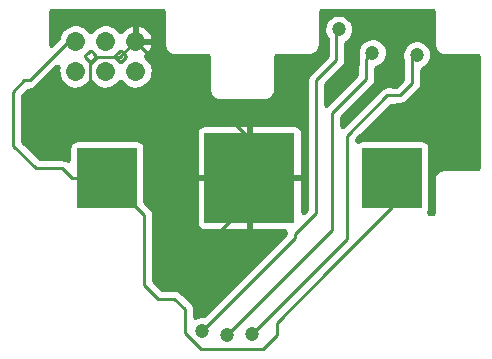
<source format=gbl>
G04 ( created by brdgerber.py ( brdgerber.py v0.1 2014-03-12 ) ) date 2015-06-11 19:44:30 EDT*
G04 Gerber Fmt 3.4, Leading zero omitted, Abs format*
%MOIN*%
%FSLAX34Y34*%
G01*
G70*
G90*
G04 APERTURE LIST*
%ADD12C,0.0000*%
%ADD13C,0.0032*%
%ADD10C,0.0640*%
%ADD24R,0.0550X0.0350*%
%ADD11C,0.0040*%
%ADD20R,0.0787X0.0177*%
%ADD21C,0.0080*%
%ADD29C,0.0472*%
%ADD18C,0.0039*%
%ADD14C,0.0050*%
%ADD15C,0.0059*%
%ADD22C,0.0060*%
%ADD26R,0.3000X0.3000*%
%ADD28C,0.0100*%
%ADD16R,0.0350X0.0550*%
%ADD23C,0.0200*%
%ADD17C,0.0043*%
%ADD27R,0.0800X0.0600*%
%ADD25R,0.2000X0.2000*%
%ADD19R,0.0177X0.0787*%
G04 APERTURE END LIST*
G54D12*
D10*
G01X22700Y-03900D02*
G01X22700Y-03900D01*
D10*
G01X22700Y-02900D02*
G01X22700Y-02900D01*
D10*
G01X21700Y-02900D02*
G01X21700Y-02900D01*
D10*
G01X21700Y-03900D02*
G01X21700Y-03900D01*
D10*
G01X23700Y-03900D02*
G01X23700Y-03900D01*
D10*
G01X23700Y-02900D02*
G01X23700Y-02900D01*
D25*
X22750Y-07450D03*
D25*
X32250Y-07450D03*
D26*
X27500Y-07450D03*
D28*
G01X24000Y-08700D02*
G01X22750Y-07450D01*
D28*
G01X25425Y-04050D02*
G01X25425Y-03825D01*
D28*
G01X27500Y-07450D02*
G01X27500Y-06125D01*
D28*
G01X25425Y-03825D02*
G01X25050Y-03450D01*
D29*
X25925Y-12550D03*
D28*
G01X25350Y-12625D02*
G01X25350Y-11825D01*
D28*
G01X27600Y-12650D02*
G01X30750Y-09500D01*
D28*
G01X24000Y-11025D02*
G01X24000Y-08700D01*
D28*
G01X24450Y-11475D02*
G01X24000Y-11025D01*
D28*
G01X28425Y-12275D02*
G01X28425Y-12675D01*
D28*
G01X24250Y-03450D02*
G01X23700Y-02900D01*
D28*
G01X30750Y-09500D02*
G01X30750Y-06050D01*
D28*
G01X32100Y-04700D02*
G01X32525Y-04700D01*
D28*
G01X25875Y-13150D02*
G01X25350Y-12625D01*
D28*
G01X25000Y-11475D02*
G01X24450Y-11475D01*
D28*
G01X25350Y-11825D02*
G01X25000Y-11475D01*
D28*
G01X30250Y-09175D02*
G01X30250Y-05300D01*
D28*
G01X32250Y-08425D02*
G01X30200Y-10475D01*
D28*
G01X30200Y-10500D02*
G01X28425Y-12275D01*
D28*
G01X30200Y-10475D02*
G01X30200Y-10500D01*
D28*
G01X25050Y-03450D02*
G01X24250Y-03450D01*
D28*
G01X30750Y-06050D02*
G01X32100Y-04700D01*
D28*
G01X32250Y-07450D02*
G01X32250Y-08425D01*
D28*
G01X27500Y-06125D02*
G01X25425Y-04050D01*
D29*
X33075Y-03350D03*
D28*
G01X33075Y-03350D02*
G01X32925Y-03500D01*
D28*
G01X32925Y-03500D02*
G01X32925Y-04300D01*
D29*
X31600Y-03275D03*
D28*
G01X31600Y-03275D02*
G01X31400Y-03475D01*
D28*
G01X31400Y-03475D02*
G01X31400Y-04150D01*
D29*
X30475Y-02500D03*
D28*
G01X30475Y-02500D02*
G01X30400Y-02575D01*
D28*
G01X30400Y-02575D02*
G01X30400Y-03525D01*
D28*
G01X32525Y-04700D02*
G01X32925Y-04300D01*
D28*
G01X21700Y-02900D02*
G01X21475Y-02900D01*
D28*
G01X25925Y-12550D02*
G01X29025Y-09450D01*
D28*
G01X21475Y-02900D02*
G01X20175Y-04200D01*
D28*
G01X20000Y-04200D02*
G01X19625Y-04575D01*
D28*
G01X20175Y-04200D02*
G01X20000Y-04200D01*
D28*
G01X27950Y-13150D02*
G01X25875Y-13150D01*
D28*
G01X28425Y-12675D02*
G01X27950Y-13150D01*
D28*
G01X30250Y-05300D02*
G01X31400Y-04150D01*
D28*
G01X27500Y-08250D02*
G01X27500Y-07450D01*
D28*
G01X24800Y-10950D02*
G01X27500Y-08250D01*
D29*
X24800Y-10950D03*
D28*
G01X29025Y-09450D02*
G01X29025Y-09325D01*
D28*
G01X29025Y-09325D02*
G01X29725Y-08625D01*
D28*
G01X21575Y-07450D02*
G01X22750Y-07450D01*
D29*
X27600Y-12650D03*
D28*
G01X19625Y-04575D02*
G01X19625Y-05500D01*
D28*
G01X29725Y-08625D02*
G01X29725Y-04200D01*
D28*
G01X29725Y-04200D02*
G01X30400Y-03525D01*
D29*
X26750Y-12675D03*
D28*
G01X26750Y-12675D02*
G01X30250Y-09175D01*
D28*
G01X19625Y-05500D02*
G01X19625Y-06375D01*
D28*
G01X19625Y-06375D02*
G01X20375Y-07125D01*
D28*
G01X20375Y-07125D02*
G01X21250Y-07125D01*
D28*
G01X21250Y-07125D02*
G01X21575Y-07450D01*
D28*
G01X23175Y-03425D02*
G01X23700Y-02900D01*
D29*
X20350Y-06225D03*
D28*
G01X20350Y-06225D02*
G01X22200Y-04375D01*
D28*
G01X22200Y-04375D02*
G01X22200Y-03650D01*
D28*
G01X22200Y-03650D02*
G01X22425Y-03425D01*
D28*
G01X22425Y-03425D02*
G01X23175Y-03425D01*
G36*
G01X25800Y-12081D02*
G01X25876Y-12067D01*
G01X25982Y-12066D01*
G01X27450Y-09200D01*
G01X26002Y-09200D01*
G01X25925Y-09188D01*
G01X25851Y-09150D01*
G01X25800Y-09099D01*
G01X25762Y-09023D01*
G01X25750Y-08950D01*
G01X25750Y-07500D01*
G01X25750Y-07400D01*
G01X25750Y-05950D01*
G01X25762Y-05875D01*
G01X25800Y-05801D01*
G01X25851Y-05750D01*
G01X25925Y-05712D01*
G01X26002Y-05700D01*
G01X27450Y-05700D01*
G01X27550Y-05700D01*
G01X28998Y-05700D01*
G01X29075Y-05712D01*
G01X29149Y-05750D01*
G01X29200Y-05801D01*
G01X29238Y-05875D01*
G01X29250Y-05950D01*
G01X29252Y-07400D01*
G01X27550Y-07400D01*
G01X27550Y-05700D01*
G01X27450Y-05700D01*
G01X27450Y-07400D01*
G01X25750Y-07400D01*
G01X25750Y-07500D01*
G01X27450Y-07500D01*
G01X27450Y-09200D01*
G01X25982Y-12066D01*
G01X28722Y-09333D01*
G01X28733Y-09262D01*
G01X28685Y-09249D01*
G01X28685Y-09200D01*
G01X27550Y-09200D01*
G01X27550Y-07500D01*
G01X29252Y-07500D01*
G01X29255Y-08585D01*
G01X29292Y-08611D01*
G01X29315Y-08610D01*
G01X29413Y-08521D01*
G01X29426Y-08501D01*
G01X29428Y-04166D01*
G01X29437Y-04117D01*
G01X29467Y-04049D01*
G01X29504Y-03999D01*
G01X30101Y-03401D01*
G01X30103Y-02821D01*
G01X30049Y-02733D01*
G01X30012Y-02648D01*
G01X29994Y-02566D01*
G01X29990Y-02461D01*
G01X30004Y-02381D01*
G01X30034Y-02294D01*
G01X30074Y-02227D01*
G01X30129Y-02160D01*
G01X30194Y-02103D01*
G01X30257Y-02066D01*
G01X30350Y-02031D01*
G01X30426Y-02017D01*
G01X30532Y-02018D01*
G01X30616Y-02035D01*
G01X30697Y-02067D01*
G01X30767Y-02112D01*
G01X30832Y-02171D01*
G01X30880Y-02231D01*
G01X30922Y-02309D01*
G01X30948Y-02388D01*
G01X30960Y-02475D01*
G01X30954Y-02575D01*
G01X30934Y-02658D01*
G01X30896Y-02743D01*
G01X30852Y-02807D01*
G01X30788Y-02872D01*
G01X30706Y-02934D01*
G01X30699Y-02952D01*
G01X30698Y-03548D01*
G01X30691Y-03596D01*
G01X30653Y-03684D01*
G01X30025Y-04326D01*
G01X30028Y-05010D01*
G01X30065Y-05036D01*
G01X30088Y-05035D01*
G01X31098Y-04033D01*
G01X31104Y-03427D01*
G01X31118Y-03378D01*
G01X31115Y-03236D01*
G01X31129Y-03156D01*
G01X31159Y-03069D01*
G01X31199Y-03002D01*
G01X31254Y-02935D01*
G01X31319Y-02878D01*
G01X31382Y-02841D01*
G01X31475Y-02806D01*
G01X31551Y-02792D01*
G01X31657Y-02793D01*
G01X31741Y-02810D01*
G01X31822Y-02842D01*
G01X31892Y-02887D01*
G01X31957Y-02946D01*
G01X32005Y-03006D01*
G01X32047Y-03084D01*
G01X32073Y-03163D01*
G01X32085Y-03250D01*
G01X32079Y-03350D01*
G01X32059Y-03432D01*
G01X32020Y-03520D01*
G01X31977Y-03582D01*
G01X31913Y-03647D01*
G01X31854Y-03690D01*
G01X31712Y-03753D01*
G01X31700Y-03775D01*
G01X31698Y-04174D01*
G01X31686Y-04231D01*
G01X31642Y-04327D01*
G01X30550Y-05426D01*
G01X30553Y-05735D01*
G01X30590Y-05761D01*
G01X30613Y-05760D01*
G01X31865Y-04519D01*
G01X31895Y-04481D01*
G01X31944Y-04445D01*
G01X32002Y-04417D01*
G01X32079Y-04401D01*
G01X32383Y-04403D01*
G01X32412Y-04394D01*
G01X32626Y-04175D01*
G01X32629Y-03544D01*
G01X32594Y-03416D01*
G01X32590Y-03311D01*
G01X32604Y-03231D01*
G01X32635Y-03143D01*
G01X32674Y-03077D01*
G01X32729Y-03010D01*
G01X32794Y-02953D01*
G01X32857Y-02916D01*
G01X32950Y-02881D01*
G01X33026Y-02867D01*
G01X33132Y-02868D01*
G01X33216Y-02885D01*
G01X33297Y-02917D01*
G01X33366Y-02961D01*
G01X33432Y-03021D01*
G01X33480Y-03081D01*
G01X33522Y-03159D01*
G01X33548Y-03238D01*
G01X33560Y-03325D01*
G01X33554Y-03425D01*
G01X33534Y-03508D01*
G01X33495Y-03595D01*
G01X33452Y-03657D01*
G01X33389Y-03721D01*
G01X33329Y-03765D01*
G01X33251Y-03803D01*
G01X33224Y-03837D01*
G01X33222Y-04286D01*
G01X33211Y-04381D01*
G01X33167Y-04477D01*
G01X32708Y-04935D01*
G01X32655Y-04968D01*
G01X32534Y-04999D01*
G01X32217Y-05004D01*
G01X31063Y-06156D01*
G01X31048Y-06195D01*
G01X31064Y-06231D01*
G01X31101Y-06245D01*
G01X31175Y-06212D01*
G01X31252Y-06200D01*
G01X33248Y-06200D01*
G01X33325Y-06212D01*
G01X33399Y-06250D01*
G01X33450Y-06301D01*
G01X33488Y-06375D01*
G01X33500Y-06450D01*
G01X33500Y-08450D01*
G01X33487Y-08526D01*
G01X33460Y-08581D01*
G01X33458Y-08620D01*
G01X33485Y-08649D01*
G01X33603Y-08653D01*
G01X33632Y-08643D01*
G01X33651Y-08618D01*
G01X33651Y-07474D01*
G01X33663Y-07405D01*
G01X33694Y-07331D01*
G01X33733Y-07274D01*
G01X33783Y-07226D01*
G01X33878Y-07174D01*
G01X33969Y-07152D01*
G01X35103Y-07153D01*
G01X35132Y-07143D01*
G01X35151Y-07118D01*
G01X35150Y-03380D01*
G01X35131Y-03355D01*
G01X35102Y-03346D01*
G01X33987Y-03350D01*
G01X33927Y-03342D01*
G01X33859Y-03319D01*
G01X33790Y-03279D01*
G01X33721Y-03207D01*
G01X33669Y-03113D01*
G01X33653Y-03038D01*
G01X33650Y-01880D01*
G01X33631Y-01855D01*
G01X33602Y-01846D01*
G01X29898Y-01848D01*
G01X29869Y-01858D01*
G01X29850Y-01882D01*
G01X29844Y-02943D01*
G01X29850Y-02997D01*
G01X29833Y-03102D01*
G01X29794Y-03190D01*
G01X29747Y-03247D01*
G01X29690Y-03294D01*
G01X29633Y-03323D01*
G01X29560Y-03344D01*
G01X28398Y-03348D01*
G01X28369Y-03358D01*
G01X28350Y-03382D01*
G01X28344Y-04443D01*
G01X28350Y-04497D01*
G01X28336Y-04591D01*
G01X28294Y-04690D01*
G01X28247Y-04747D01*
G01X28151Y-04814D01*
G01X28068Y-04843D01*
G01X27997Y-04849D01*
G01X27946Y-04844D01*
G01X26487Y-04850D01*
G01X26427Y-04842D01*
G01X26360Y-04820D01*
G01X26290Y-04779D01*
G01X26223Y-04711D01*
G01X26170Y-04614D01*
G01X26153Y-04538D01*
G01X26150Y-03380D01*
G01X26131Y-03355D01*
G01X26102Y-03346D01*
G01X24987Y-03350D01*
G01X24927Y-03342D01*
G01X24859Y-03319D01*
G01X24790Y-03279D01*
G01X24721Y-03207D01*
G01X24669Y-03113D01*
G01X24653Y-03038D01*
G01X24265Y-02850D01*
G01X23750Y-02850D01*
G01X23750Y-02334D01*
G01X23769Y-02334D01*
G01X23914Y-02371D01*
G01X24007Y-02420D01*
G01X24080Y-02475D01*
G01X24141Y-02538D01*
G01X24204Y-02633D01*
G01X24239Y-02714D01*
G01X24265Y-02850D01*
G01X24653Y-03038D01*
G01X24650Y-01880D01*
G01X24631Y-01855D01*
G01X24602Y-01846D01*
G01X21987Y-01850D01*
G01X21948Y-01844D01*
G01X20882Y-01850D01*
G01X20858Y-01869D01*
G01X20848Y-01898D01*
G01X20844Y-02949D01*
G01X20857Y-03015D01*
G01X20893Y-03038D01*
G01X20934Y-03023D01*
G01X21136Y-02818D01*
G01X21166Y-02700D01*
G01X21203Y-02620D01*
G01X21264Y-02532D01*
G01X21323Y-02473D01*
G01X21414Y-02407D01*
G01X21493Y-02369D01*
G01X21565Y-02346D01*
G01X21639Y-02333D01*
G01X21769Y-02334D01*
G01X21914Y-02371D01*
G01X22007Y-02420D01*
G01X22080Y-02475D01*
G01X22158Y-02564D01*
G01X22190Y-02586D01*
G01X22227Y-02579D01*
G01X22323Y-02473D01*
G01X22414Y-02407D01*
G01X22493Y-02369D01*
G01X22565Y-02346D01*
G01X22639Y-02333D01*
G01X22769Y-02334D01*
G01X22914Y-02371D01*
G01X23007Y-02420D01*
G01X23080Y-02475D01*
G01X23158Y-02564D01*
G01X23190Y-02586D01*
G01X23227Y-02579D01*
G01X23323Y-02473D01*
G01X23414Y-02407D01*
G01X23493Y-02369D01*
G01X23565Y-02346D01*
G01X23639Y-02333D01*
G01X23650Y-02333D01*
G01X23650Y-02900D01*
G01X23700Y-02900D01*
G01X23700Y-02950D01*
G01X24264Y-02950D01*
G01X24262Y-02993D01*
G01X24246Y-03061D01*
G01X24214Y-03146D01*
G01X24171Y-03221D01*
G01X24116Y-03290D01*
G01X24032Y-03363D01*
G01X24016Y-03394D01*
G01X24023Y-03428D01*
G01X24141Y-03538D01*
G01X24204Y-03633D01*
G01X24239Y-03714D01*
G01X24268Y-03863D01*
G01X24262Y-03993D01*
G01X24246Y-04063D01*
G01X24214Y-04146D01*
G01X24171Y-04221D01*
G01X24116Y-04290D01*
G01X24031Y-04363D01*
G01X23952Y-04411D01*
G01X23808Y-04460D01*
G01X23678Y-04470D01*
G01X23520Y-04441D01*
G01X23435Y-04405D01*
G01X23363Y-04360D01*
G01X23282Y-04288D01*
G01X23239Y-04233D01*
G01X23209Y-04215D01*
G01X23174Y-04221D01*
G01X23116Y-04290D01*
G01X23031Y-04363D01*
G01X22952Y-04411D01*
G01X22808Y-04460D01*
G01X22678Y-04470D01*
G01X22520Y-04441D01*
G01X22435Y-04405D01*
G01X22363Y-04360D01*
G01X22282Y-04288D01*
G01X22239Y-04233D01*
G01X22209Y-04215D01*
G01X22174Y-04221D01*
G01X22116Y-04290D01*
G01X22031Y-04363D01*
G01X21952Y-04411D01*
G01X21808Y-04460D01*
G01X21678Y-04470D01*
G01X21520Y-04441D01*
G01X21435Y-04405D01*
G01X21363Y-04360D01*
G01X21282Y-04288D01*
G01X21229Y-04220D01*
G01X21181Y-04135D01*
G01X21151Y-04055D01*
G01X21136Y-03975D01*
G01X21132Y-03845D01*
G01X21141Y-03753D01*
G01X21127Y-03732D01*
G01X21105Y-03721D01*
G01X21080Y-03722D01*
G01X21059Y-03735D01*
G01X20360Y-04433D01*
G01X20300Y-04471D01*
G01X20249Y-04491D01*
G01X20118Y-04503D01*
G01X19925Y-04701D01*
G01X19927Y-06252D01*
G01X20503Y-06825D01*
G01X21276Y-06827D01*
G01X21329Y-06837D01*
G01X21386Y-06859D01*
G01X21439Y-06891D01*
G01X21461Y-06891D01*
G01X21495Y-06864D01*
G01X21500Y-06450D01*
G01X21512Y-06375D01*
G01X21550Y-06301D01*
G01X21601Y-06250D01*
G01X21675Y-06212D01*
G01X21752Y-06200D01*
G01X23748Y-06200D01*
G01X23825Y-06212D01*
G01X23899Y-06250D01*
G01X23950Y-06301D01*
G01X23988Y-06375D01*
G01X24000Y-06450D01*
G01X24000Y-08258D01*
G01X24009Y-08287D01*
G01X24220Y-08497D01*
G01X24277Y-08590D01*
G01X24296Y-08654D01*
G01X24299Y-10894D01*
G01X24559Y-11162D01*
G01X24594Y-11177D01*
G01X25037Y-11178D01*
G01X25141Y-11212D01*
G01X25222Y-11274D01*
G01X25576Y-11631D01*
G01X25612Y-11682D01*
G01X25645Y-11774D01*
G01X25648Y-12066D01*
G01X25662Y-12101D01*
G01X25697Y-12116D01*
G01X25800Y-12081D01*
G01X25800Y-12081D01*
G37*
D28*
G01X24265Y-02850D02*
G01X24265Y-02850D01*
G01X24239Y-02714D01*
G01X24204Y-02633D01*
G01X24141Y-02538D01*
G01X24080Y-02475D01*
G01X24007Y-02420D01*
G01X23914Y-02371D01*
G01X23769Y-02334D01*
G01X23750Y-02334D01*
G01X23750Y-02850D01*
G01X24265Y-02850D01*
D28*
G01X23158Y-03564D02*
G01X23158Y-03564D01*
G01X23080Y-03475D01*
G01X23023Y-03428D01*
G01X23016Y-03394D01*
G01X23032Y-03363D01*
G01X23116Y-03290D01*
G01X23174Y-03221D01*
G01X23209Y-03215D01*
G01X23239Y-03233D01*
G01X23282Y-03288D01*
G01X23379Y-03376D01*
G01X23385Y-03412D01*
G01X23365Y-03443D01*
G01X23323Y-03473D01*
G01X23227Y-03579D01*
G01X23190Y-03586D01*
G01X23190Y-03586D01*
G01X23158Y-03564D01*
D28*
G01X22158Y-03564D02*
G01X22158Y-03564D01*
G01X22080Y-03475D01*
G01X22023Y-03428D01*
G01X22016Y-03394D01*
G01X22032Y-03363D01*
G01X22116Y-03290D01*
G01X22174Y-03221D01*
G01X22209Y-03215D01*
G01X22239Y-03233D01*
G01X22282Y-03288D01*
G01X22379Y-03376D01*
G01X22385Y-03412D01*
G01X22365Y-03443D01*
G01X22323Y-03473D01*
G01X22227Y-03579D01*
G01X22190Y-03586D01*
G01X22190Y-03586D01*
G01X22158Y-03564D01*
D28*
G01X27450Y-07400D02*
G01X27450Y-07400D01*
G01X27450Y-05700D01*
G01X26002Y-05700D01*
G01X25925Y-05712D01*
G01X25851Y-05750D01*
G01X25800Y-05801D01*
G01X25762Y-05875D01*
G01X25750Y-05950D01*
G01X25750Y-07400D01*
G01X25750Y-07400D01*
G01X27450Y-07400D01*
D28*
G01X27450Y-09200D02*
G01X27450Y-09200D01*
G01X27450Y-07500D01*
G01X25750Y-07500D01*
G01X25750Y-08950D01*
G01X25762Y-09023D01*
G01X25800Y-09099D01*
G01X25851Y-09150D01*
G01X25925Y-09188D01*
G01X26002Y-09200D01*
G01X26002Y-09200D01*
G01X27450Y-09200D01*
D28*
G01X25662Y-12101D02*
G01X25662Y-12101D01*
G01X25648Y-12066D01*
G01X25645Y-11774D01*
G01X25612Y-11682D01*
G01X25576Y-11631D01*
G01X25222Y-11274D01*
G01X25141Y-11212D01*
G01X25037Y-11178D01*
G01X24594Y-11177D01*
G01X24559Y-11162D01*
G01X24299Y-10894D01*
G01X24296Y-08654D01*
G01X24277Y-08590D01*
G01X24220Y-08497D01*
G01X24009Y-08287D01*
G01X24000Y-08258D01*
G01X24000Y-06450D01*
G01X23988Y-06375D01*
G01X23950Y-06301D01*
G01X23899Y-06250D01*
G01X23825Y-06212D01*
G01X23748Y-06200D01*
G01X21752Y-06200D01*
G01X21675Y-06212D01*
G01X21601Y-06250D01*
G01X21550Y-06301D01*
G01X21512Y-06375D01*
G01X21500Y-06450D01*
G01X21495Y-06864D01*
G01X21461Y-06891D01*
G01X21439Y-06891D01*
G01X21386Y-06859D01*
G01X21329Y-06837D01*
G01X21276Y-06827D01*
G01X20503Y-06825D01*
G01X19927Y-06252D01*
G01X19925Y-04701D01*
G01X20118Y-04503D01*
G01X20249Y-04491D01*
G01X20300Y-04471D01*
G01X20360Y-04433D01*
G01X21059Y-03735D01*
G01X21080Y-03722D01*
G01X21105Y-03721D01*
G01X21127Y-03732D01*
G01X21141Y-03753D01*
G01X21132Y-03845D01*
G01X21136Y-03975D01*
G01X21151Y-04055D01*
G01X21181Y-04135D01*
G01X21229Y-04220D01*
G01X21282Y-04288D01*
G01X21363Y-04360D01*
G01X21435Y-04405D01*
G01X21520Y-04441D01*
G01X21678Y-04470D01*
G01X21808Y-04460D01*
G01X21952Y-04411D01*
G01X22031Y-04363D01*
G01X22116Y-04290D01*
G01X22174Y-04221D01*
G01X22209Y-04215D01*
G01X22239Y-04233D01*
G01X22282Y-04288D01*
G01X22363Y-04360D01*
G01X22435Y-04405D01*
G01X22520Y-04441D01*
G01X22678Y-04470D01*
G01X22808Y-04460D01*
G01X22952Y-04411D01*
G01X23031Y-04363D01*
G01X23116Y-04290D01*
G01X23174Y-04221D01*
G01X23209Y-04215D01*
G01X23239Y-04233D01*
G01X23282Y-04288D01*
G01X23363Y-04360D01*
G01X23435Y-04405D01*
G01X23520Y-04441D01*
G01X23678Y-04470D01*
G01X23808Y-04460D01*
G01X23952Y-04411D01*
G01X24031Y-04363D01*
G01X24116Y-04290D01*
G01X24171Y-04221D01*
G01X24214Y-04146D01*
G01X24246Y-04063D01*
G01X24262Y-03993D01*
G01X24268Y-03863D01*
G01X24239Y-03714D01*
G01X24204Y-03633D01*
G01X24141Y-03538D01*
G01X24023Y-03428D01*
G01X24016Y-03394D01*
G01X24032Y-03363D01*
G01X24116Y-03290D01*
G01X24171Y-03221D01*
G01X24214Y-03146D01*
G01X24246Y-03061D01*
G01X24262Y-02993D01*
G01X24264Y-02950D01*
G01X23700Y-02950D01*
G01X23700Y-02900D01*
G01X23650Y-02900D01*
G01X23650Y-02333D01*
G01X23639Y-02333D01*
G01X23565Y-02346D01*
G01X23493Y-02369D01*
G01X23414Y-02407D01*
G01X23323Y-02473D01*
G01X23227Y-02579D01*
G01X23190Y-02586D01*
G01X23158Y-02564D01*
G01X23080Y-02475D01*
G01X23007Y-02420D01*
G01X22914Y-02371D01*
G01X22769Y-02334D01*
G01X22639Y-02333D01*
G01X22565Y-02346D01*
G01X22493Y-02369D01*
G01X22414Y-02407D01*
G01X22323Y-02473D01*
G01X22227Y-02579D01*
G01X22190Y-02586D01*
G01X22158Y-02564D01*
G01X22080Y-02475D01*
G01X22007Y-02420D01*
G01X21914Y-02371D01*
G01X21769Y-02334D01*
G01X21639Y-02333D01*
G01X21565Y-02346D01*
G01X21493Y-02369D01*
G01X21414Y-02407D01*
G01X21323Y-02473D01*
G01X21264Y-02532D01*
G01X21203Y-02620D01*
G01X21166Y-02700D01*
G01X21136Y-02818D01*
G01X20934Y-03023D01*
G01X20893Y-03038D01*
G01X20857Y-03015D01*
G01X20844Y-02949D01*
G01X20848Y-01898D01*
G01X20858Y-01869D01*
G01X20882Y-01850D01*
G01X21948Y-01844D01*
G01X21987Y-01850D01*
G01X24602Y-01846D01*
G01X24631Y-01855D01*
G01X24650Y-01880D01*
G01X24653Y-03038D01*
G01X24669Y-03113D01*
G01X24721Y-03207D01*
G01X24790Y-03279D01*
G01X24859Y-03319D01*
G01X24927Y-03342D01*
G01X24987Y-03350D01*
G01X26102Y-03346D01*
G01X26131Y-03355D01*
G01X26150Y-03380D01*
G01X26153Y-04538D01*
G01X26170Y-04614D01*
G01X26223Y-04711D01*
G01X26290Y-04779D01*
G01X26360Y-04820D01*
G01X26427Y-04842D01*
G01X26487Y-04850D01*
G01X27946Y-04844D01*
G01X27997Y-04849D01*
G01X28068Y-04843D01*
G01X28151Y-04814D01*
G01X28247Y-04747D01*
G01X28294Y-04690D01*
G01X28336Y-04591D01*
G01X28350Y-04497D01*
G01X28344Y-04443D01*
G01X28350Y-03382D01*
G01X28369Y-03358D01*
G01X28398Y-03348D01*
G01X29560Y-03344D01*
G01X29633Y-03323D01*
G01X29690Y-03294D01*
G01X29747Y-03247D01*
G01X29794Y-03190D01*
G01X29833Y-03102D01*
G01X29850Y-02997D01*
G01X29844Y-02943D01*
G01X29850Y-01882D01*
G01X29869Y-01858D01*
G01X29898Y-01848D01*
G01X33602Y-01846D01*
G01X33631Y-01855D01*
G01X33650Y-01880D01*
G01X33653Y-03038D01*
G01X33669Y-03113D01*
G01X33721Y-03207D01*
G01X33790Y-03279D01*
G01X33859Y-03319D01*
G01X33927Y-03342D01*
G01X33987Y-03350D01*
G01X35102Y-03346D01*
G01X35131Y-03355D01*
G01X35150Y-03380D01*
G01X35151Y-07118D01*
G01X35132Y-07143D01*
G01X35103Y-07153D01*
G01X33969Y-07152D01*
G01X33878Y-07174D01*
G01X33783Y-07226D01*
G01X33733Y-07274D01*
G01X33694Y-07331D01*
G01X33663Y-07405D01*
G01X33651Y-07474D01*
G01X33651Y-08618D01*
G01X33632Y-08643D01*
G01X33603Y-08653D01*
G01X33485Y-08649D01*
G01X33458Y-08620D01*
G01X33460Y-08581D01*
G01X33487Y-08526D01*
G01X33500Y-08450D01*
G01X33500Y-06450D01*
G01X33488Y-06375D01*
G01X33450Y-06301D01*
G01X33399Y-06250D01*
G01X33325Y-06212D01*
G01X33248Y-06200D01*
G01X31252Y-06200D01*
G01X31175Y-06212D01*
G01X31101Y-06245D01*
G01X31064Y-06231D01*
G01X31048Y-06195D01*
G01X31063Y-06156D01*
G01X32217Y-05004D01*
G01X32534Y-04999D01*
G01X32655Y-04968D01*
G01X32708Y-04935D01*
G01X33167Y-04477D01*
G01X33211Y-04381D01*
G01X33222Y-04286D01*
G01X33224Y-03837D01*
G01X33251Y-03803D01*
G01X33329Y-03765D01*
G01X33389Y-03721D01*
G01X33452Y-03657D01*
G01X33495Y-03595D01*
G01X33534Y-03508D01*
G01X33554Y-03425D01*
G01X33560Y-03325D01*
G01X33548Y-03238D01*
G01X33522Y-03159D01*
G01X33480Y-03081D01*
G01X33432Y-03021D01*
G01X33366Y-02961D01*
G01X33297Y-02917D01*
G01X33216Y-02885D01*
G01X33132Y-02868D01*
G01X33026Y-02867D01*
G01X32950Y-02881D01*
G01X32857Y-02916D01*
G01X32794Y-02953D01*
G01X32729Y-03010D01*
G01X32674Y-03077D01*
G01X32635Y-03143D01*
G01X32604Y-03231D01*
G01X32590Y-03311D01*
G01X32594Y-03416D01*
G01X32629Y-03544D01*
G01X32626Y-04175D01*
G01X32412Y-04394D01*
G01X32383Y-04403D01*
G01X32079Y-04401D01*
G01X32002Y-04417D01*
G01X31944Y-04445D01*
G01X31895Y-04481D01*
G01X31865Y-04519D01*
G01X30613Y-05760D01*
G01X30590Y-05761D01*
G01X30553Y-05735D01*
G01X30550Y-05426D01*
G01X31642Y-04327D01*
G01X31686Y-04231D01*
G01X31698Y-04174D01*
G01X31700Y-03775D01*
G01X31712Y-03753D01*
G01X31854Y-03690D01*
G01X31913Y-03647D01*
G01X31977Y-03582D01*
G01X32020Y-03520D01*
G01X32059Y-03432D01*
G01X32079Y-03350D01*
G01X32085Y-03250D01*
G01X32073Y-03163D01*
G01X32047Y-03084D01*
G01X32005Y-03006D01*
G01X31957Y-02946D01*
G01X31892Y-02887D01*
G01X31822Y-02842D01*
G01X31741Y-02810D01*
G01X31657Y-02793D01*
G01X31551Y-02792D01*
G01X31475Y-02806D01*
G01X31382Y-02841D01*
G01X31319Y-02878D01*
G01X31254Y-02935D01*
G01X31199Y-03002D01*
G01X31159Y-03069D01*
G01X31129Y-03156D01*
G01X31115Y-03236D01*
G01X31118Y-03378D01*
G01X31104Y-03427D01*
G01X31098Y-04033D01*
G01X30088Y-05035D01*
G01X30065Y-05036D01*
G01X30028Y-05010D01*
G01X30025Y-04326D01*
G01X30653Y-03684D01*
G01X30691Y-03596D01*
G01X30698Y-03548D01*
G01X30699Y-02952D01*
G01X30706Y-02934D01*
G01X30788Y-02872D01*
G01X30852Y-02807D01*
G01X30896Y-02743D01*
G01X30934Y-02658D01*
G01X30954Y-02575D01*
G01X30960Y-02475D01*
G01X30948Y-02388D01*
G01X30922Y-02309D01*
G01X30880Y-02231D01*
G01X30832Y-02171D01*
G01X30767Y-02112D01*
G01X30697Y-02067D01*
G01X30616Y-02035D01*
G01X30532Y-02018D01*
G01X30426Y-02017D01*
G01X30350Y-02031D01*
G01X30257Y-02066D01*
G01X30194Y-02103D01*
G01X30129Y-02160D01*
G01X30074Y-02227D01*
G01X30034Y-02294D01*
G01X30004Y-02381D01*
G01X29990Y-02461D01*
G01X29994Y-02566D01*
G01X30012Y-02648D01*
G01X30049Y-02733D01*
G01X30103Y-02821D01*
G01X30101Y-03401D01*
G01X29504Y-03999D01*
G01X29467Y-04049D01*
G01X29437Y-04117D01*
G01X29428Y-04166D01*
G01X29426Y-08501D01*
G01X29413Y-08521D01*
G01X29315Y-08610D01*
G01X29292Y-08611D01*
G01X29255Y-08585D01*
G01X29250Y-05950D01*
G01X29238Y-05875D01*
G01X29200Y-05801D01*
G01X29149Y-05750D01*
G01X29075Y-05712D01*
G01X28998Y-05700D01*
G01X27550Y-05700D01*
G01X27550Y-07400D01*
G01X29253Y-07400D01*
G01X29253Y-07500D01*
G01X27550Y-07500D01*
G01X27550Y-09200D01*
G01X28685Y-09200D01*
G01X28685Y-09249D01*
G01X28733Y-09262D01*
G01X28722Y-09333D01*
G01X25982Y-12066D01*
G01X25876Y-12067D01*
G01X25800Y-12081D01*
G01X25697Y-12116D01*
G01X25697Y-12116D01*
G01X25662Y-12101D01*
M02*

</source>
